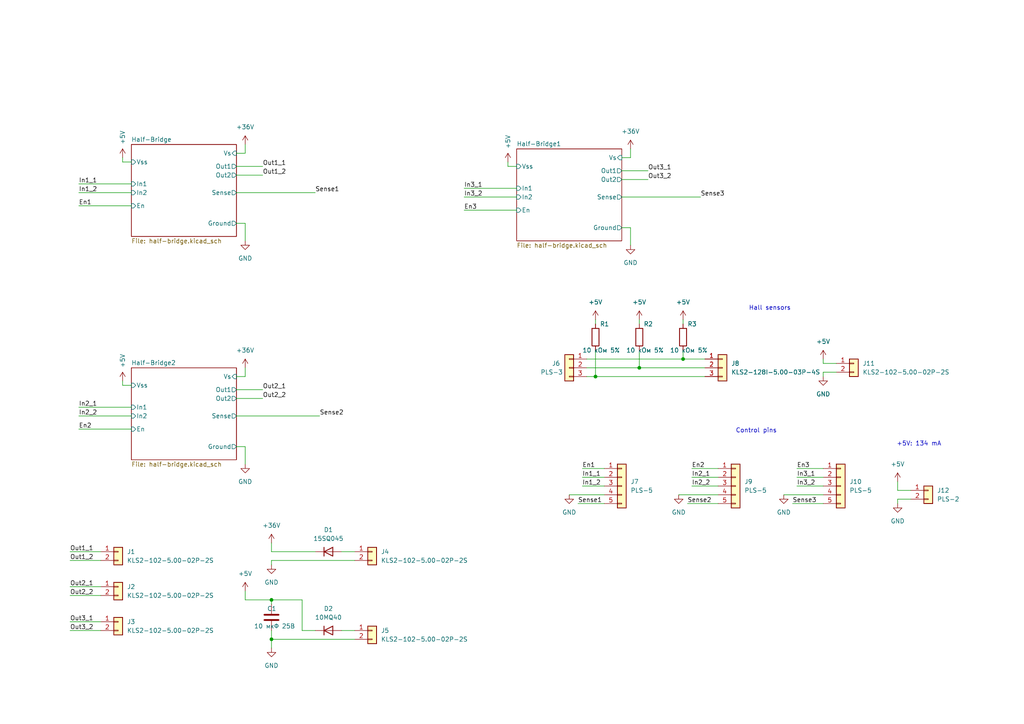
<source format=kicad_sch>
(kicad_sch (version 20211123) (generator eeschema)
  (paper "A4")
  (lib_symbols
    (symbol "Connector_Generic:Conn_01x02" (pin_names (offset 1.016) hide)
      (property "Reference" "J" (at 0 2.54 0))
      (property "Value" "Conn_01x02" (at 0 -5.08 0))
      (symbol "Conn_01x02_1_1"
        (rectangle (start -1.27 -2.413) (end 0 -2.667) (stroke (width 0.1524)))
        (rectangle (start -1.27 0.127) (end 0 -0.127) (stroke (width 0.1524)))
        (rectangle (start -1.27 1.27) (end 1.27 -3.81) (stroke (width 0.254)) (fill (type background)))
        (pin passive line (at -5.08 0 0) (length 3.81) (name "Pin_1") (number "1"))
        (pin passive line (at -5.08 -2.54 0) (length 3.81) (name "Pin_2") (number "2"))
      )
    )
    (symbol "Connector_Generic:Conn_01x03" (pin_names (offset 1.016) hide)
      (property "Reference" "J" (at 0 5.08 0))
      (property "Value" "Conn_01x03" (at 0 -5.08 0))
      (symbol "Conn_01x03_1_1"
        (rectangle (start -1.27 -2.413) (end 0 -2.667) (stroke (width 0.1524)))
        (rectangle (start -1.27 0.127) (end 0 -0.127) (stroke (width 0.1524)))
        (rectangle (start -1.27 2.667) (end 0 2.413) (stroke (width 0.1524)))
        (rectangle (start -1.27 3.81) (end 1.27 -3.81) (stroke (width 0.254)) (fill (type background)))
        (pin passive line (at -5.08 2.54 0) (length 3.81) (name "Pin_1") (number "1"))
        (pin passive line (at -5.08 0 0) (length 3.81) (name "Pin_2") (number "2"))
        (pin passive line (at -5.08 -2.54 0) (length 3.81) (name "Pin_3") (number "3"))
      )
    )
    (symbol "Connector_Generic:Conn_01x05" (pin_names (offset 1.016) hide)
      (property "Reference" "J" (at 0 7.62 0))
      (property "Value" "Conn_01x05" (at 0 -7.62 0))
      (symbol "Conn_01x05_1_1"
        (rectangle (start -1.27 -4.953) (end 0 -5.207) (stroke (width 0.1524)))
        (rectangle (start -1.27 -2.413) (end 0 -2.667) (stroke (width 0.1524)))
        (rectangle (start -1.27 0.127) (end 0 -0.127) (stroke (width 0.1524)))
        (rectangle (start -1.27 2.667) (end 0 2.413) (stroke (width 0.1524)))
        (rectangle (start -1.27 5.207) (end 0 4.953) (stroke (width 0.1524)))
        (rectangle (start -1.27 6.35) (end 1.27 -6.35) (stroke (width 0.254)) (fill (type background)))
        (pin passive line (at -5.08 5.08 0) (length 3.81) (name "Pin_1") (number "1"))
        (pin passive line (at -5.08 2.54 0) (length 3.81) (name "Pin_2") (number "2"))
        (pin passive line (at -5.08 0 0) (length 3.81) (name "Pin_3") (number "3"))
        (pin passive line (at -5.08 -2.54 0) (length 3.81) (name "Pin_4") (number "4"))
        (pin passive line (at -5.08 -5.08 0) (length 3.81) (name "Pin_5") (number "5"))
      )
    )
    (symbol "Device:C" (pin_numbers hide) (pin_names (offset 0.254))
      (property "Reference" "C" (at 0.635 2.54 0))
      (property "Value" "C" (at 0.635 -2.54 0))
      (symbol "C_0_1"
        (polyline (pts (xy -2.032 -0.762) (xy 2.032 -0.762)) (stroke (width 0.508)))
        (polyline (pts (xy -2.032 0.762) (xy 2.032 0.762)) (stroke (width 0.508)))
      )
      (symbol "C_1_1"
        (pin passive line (at 0 3.81 270) (length 2.794) (name "~") (number "1"))
        (pin passive line (at 0 -3.81 90) (length 2.794) (name "~") (number "2"))
      )
    )
    (symbol "Device:D" (pin_numbers hide) (pin_names (offset 1.016) hide)
      (property "Reference" "D" (at 0 2.54 0))
      (property "Value" "D" (at 0 -2.54 0))
      (symbol "D_0_1"
        (polyline (pts (xy -1.27 1.27) (xy -1.27 -1.27)) (stroke (width 0.254)))
        (polyline (pts (xy 1.27 0) (xy -1.27 0)))
        (polyline (pts (xy 1.27 1.27) (xy 1.27 -1.27) (xy -1.27 0) (xy 1.27 1.27)) (stroke (width 0.254)))
      )
      (symbol "D_1_1"
        (pin passive line (at -3.81 0 0) (length 2.54) (name "K") (number "1"))
        (pin passive line (at 3.81 0 180) (length 2.54) (name "A") (number "2"))
      )
    )
    (symbol "Device:R" (pin_numbers hide) (pin_names (offset 0))
      (property "Reference" "R" (at 2.032 0 90))
      (property "Value" "R" (at 0 0 90))
      (symbol "R_0_1"
        (rectangle (start -1.016 -2.54) (end 1.016 2.54) (stroke (width 0.254)))
      )
      (symbol "R_1_1"
        (pin passive line (at 0 3.81 270) (length 1.27) (name "~") (number "1"))
        (pin passive line (at 0 -3.81 90) (length 1.27) (name "~") (number "2"))
      )
    )
    (symbol "power:+36V" (power) (pin_names (offset 0))
      (property "Value" "+36V" (at 0 3.556 0))
      (symbol "+36V_0_1"
        (polyline (pts (xy -0.762 1.27) (xy 0 2.54)))
        (polyline (pts (xy 0 0) (xy 0 2.54)))
        (polyline (pts (xy 0 2.54) (xy 0.762 1.27)))
      )
      (symbol "+36V_1_1"
        (pin power_in line (at 0 0 90) (length 0) hide (name "+36V") (number "1"))
      )
    )
    (symbol "power:+5V" (power) (pin_names (offset 0))
      (property "Value" "+5V" (at 0 3.556 0))
      (symbol "+5V_0_1"
        (polyline (pts (xy -0.762 1.27) (xy 0 2.54)))
        (polyline (pts (xy 0 0) (xy 0 2.54)))
        (polyline (pts (xy 0 2.54) (xy 0.762 1.27)))
      )
      (symbol "+5V_1_1"
        (pin power_in line (at 0 0 90) (length 0) hide (name "+5V") (number "1"))
      )
    )
    (symbol "power:GND" (power) (pin_names (offset 0))
      (property "Value" "GND" (at 0 -3.81 0))
      (symbol "GND_0_1"
        (polyline (pts (xy 0 0) (xy 0 -1.27) (xy 1.27 -1.27) (xy 0 -2.54) (xy -1.27 -1.27) (xy 0 -1.27)))
      )
      (symbol "GND_1_1"
        (pin power_in line (at 0 0 270) (length 0) hide (name "GND") (number "1"))
      )
    )
    (symbol "power:PWR_FLAG" (power) (pin_numbers hide) (pin_names (offset 0) hide)
      (property "Value" "PWR_FLAG" (at 0 3.81 0))
      (symbol "PWR_FLAG_0_0"
        (pin power_out line (at 0 0 90) (length 0) (name "pwr") (number "1"))
      )
      (symbol "PWR_FLAG_0_1"
        (polyline (pts (xy 0 0) (xy 0 1.27) (xy -1.016 1.905) (xy 0 2.54) (xy 1.016 1.905) (xy 0 1.27)))
      )
    )
  )
  (junction (at 78.74 173.99))
  (junction (at 185.42 106.68))
  (junction (at 172.72 109.22))
  (junction (at 198.12 104.14))
  (junction (at 78.74 185.42))
  (wire (pts (xy 238.76 107.95) (xy 238.76 109.22)))
  (wire (pts (xy 78.74 182.88) (xy 78.74 185.42)))
  (wire (pts (xy 242.57 107.95) (xy 238.76 107.95)))
  (wire (pts (xy 180.34 57.15) (xy 203.2 57.15)))
  (wire (pts (xy 20.32 172.72) (xy 29.21 172.72)))
  (wire (pts (xy 134.62 60.96) (xy 149.86 60.96)))
  (wire (pts (xy 71.12 64.77) (xy 71.12 69.85)))
  (wire (pts (xy 147.32 48.26) (xy 149.86 48.26)))
  (wire (pts (xy 182.88 43.18) (xy 182.88 45.72)))
  (wire (pts (xy 71.12 41.91) (xy 71.12 44.45)))
  (wire (pts (xy 20.32 170.18) (xy 29.21 170.18)))
  (wire (pts (xy 68.58 120.65) (xy 92.71 120.65)))
  (wire (pts (xy 22.86 53.34) (xy 38.1 53.34)))
  (wire (pts (xy 78.74 185.42) (xy 102.87 185.42)))
  (wire (pts (xy 35.56 46.99) (xy 38.1 46.99)))
  (wire (pts (xy 200.66 140.97) (xy 208.28 140.97)))
  (wire (pts (xy 198.12 104.14) (xy 204.47 104.14)))
  (wire (pts (xy 200.66 135.89) (xy 208.28 135.89)))
  (wire (pts (xy 20.32 180.34) (xy 29.21 180.34)))
  (wire (pts (xy 99.06 182.88) (xy 102.87 182.88)))
  (wire (pts (xy 260.35 144.78) (xy 264.16 144.78)))
  (wire (pts (xy 200.66 138.43) (xy 208.28 138.43)))
  (wire (pts (xy 22.86 118.11) (xy 38.1 118.11)))
  (wire (pts (xy 182.88 45.72) (xy 180.34 45.72)))
  (wire (pts (xy -19.05 130.81) (xy -8.89 130.81)))
  (wire (pts (xy 78.74 173.99) (xy 78.74 175.26)))
  (wire (pts (xy 231.14 135.89) (xy 238.76 135.89)))
  (wire (pts (xy 260.35 139.7) (xy 260.35 142.24)))
  (wire (pts (xy 22.86 124.46) (xy 38.1 124.46)))
  (wire (pts (xy 180.34 52.07) (xy 187.96 52.07)))
  (wire (pts (xy 20.32 162.56) (xy 29.21 162.56)))
  (wire (pts (xy 20.32 160.02) (xy 29.21 160.02)))
  (wire (pts (xy 68.58 48.26) (xy 76.2 48.26)))
  (wire (pts (xy 68.58 129.54) (xy 71.12 129.54)))
  (wire (pts (xy 71.12 173.99) (xy 78.74 173.99)))
  (wire (pts (xy 242.57 105.41) (xy 238.76 105.41)))
  (wire (pts (xy 35.56 111.76) (xy 38.1 111.76)))
  (wire (pts (xy 87.63 173.99) (xy 78.74 173.99)))
  (wire (pts (xy 172.72 101.6) (xy 172.72 109.22)))
  (wire (pts (xy 22.86 120.65) (xy 38.1 120.65)))
  (wire (pts (xy 185.42 92.71) (xy 185.42 93.98)))
  (wire (pts (xy 99.06 160.02) (xy 102.87 160.02)))
  (wire (pts (xy 199.39 146.05) (xy 208.28 146.05)))
  (wire (pts (xy 35.56 110.49) (xy 35.56 111.76)))
  (wire (pts (xy 68.58 55.88) (xy 91.44 55.88)))
  (wire (pts (xy 227.33 143.51) (xy 238.76 143.51)))
  (wire (pts (xy 68.58 64.77) (xy 71.12 64.77)))
  (wire (pts (xy 78.74 160.02) (xy 91.44 160.02)))
  (wire (pts (xy 68.58 115.57) (xy 76.2 115.57)))
  (wire (pts (xy 260.35 146.05) (xy 260.35 144.78)))
  (wire (pts (xy 180.34 66.04) (xy 182.88 66.04)))
  (wire (pts (xy 170.18 104.14) (xy 198.12 104.14)))
  (wire (pts (xy 231.14 138.43) (xy 238.76 138.43)))
  (wire (pts (xy 231.14 140.97) (xy 238.76 140.97)))
  (wire (pts (xy 78.74 163.83) (xy 78.74 162.56)))
  (wire (pts (xy 165.1 143.51) (xy 175.26 143.51)))
  (wire (pts (xy 147.32 46.99) (xy 147.32 48.26)))
  (wire (pts (xy 168.91 140.97) (xy 175.26 140.97)))
  (wire (pts (xy 78.74 187.96) (xy 78.74 185.42)))
  (wire (pts (xy 260.35 142.24) (xy 264.16 142.24)))
  (wire (pts (xy 170.18 109.22) (xy 172.72 109.22)))
  (wire (pts (xy 134.62 57.15) (xy 149.86 57.15)))
  (wire (pts (xy 71.12 129.54) (xy 71.12 134.62)))
  (wire (pts (xy 22.86 55.88) (xy 38.1 55.88)))
  (wire (pts (xy 91.44 182.88) (xy 87.63 182.88)))
  (wire (pts (xy 71.12 44.45) (xy 68.58 44.45)))
  (wire (pts (xy 71.12 109.22) (xy 68.58 109.22)))
  (wire (pts (xy 185.42 106.68) (xy 204.47 106.68)))
  (wire (pts (xy -19.05 139.7) (xy -8.89 139.7)))
  (wire (pts (xy 168.91 135.89) (xy 175.26 135.89)))
  (wire (pts (xy 170.18 106.68) (xy 185.42 106.68)))
  (wire (pts (xy 182.88 66.04) (xy 182.88 71.12)))
  (wire (pts (xy 78.74 162.56) (xy 102.87 162.56)))
  (wire (pts (xy 172.72 109.22) (xy 204.47 109.22)))
  (wire (pts (xy 20.32 182.88) (xy 29.21 182.88)))
  (wire (pts (xy 185.42 101.6) (xy 185.42 106.68)))
  (wire (pts (xy 167.64 146.05) (xy 175.26 146.05)))
  (wire (pts (xy 22.86 59.69) (xy 38.1 59.69)))
  (wire (pts (xy 180.34 49.53) (xy 187.96 49.53)))
  (wire (pts (xy 68.58 50.8) (xy 76.2 50.8)))
  (wire (pts (xy 198.12 101.6) (xy 198.12 104.14)))
  (wire (pts (xy 196.85 143.51) (xy 208.28 143.51)))
  (wire (pts (xy 198.12 92.71) (xy 198.12 93.98)))
  (wire (pts (xy -19.05 120.65) (xy -8.89 120.65)))
  (wire (pts (xy 68.58 113.03) (xy 76.2 113.03)))
  (wire (pts (xy 238.76 105.41) (xy 238.76 104.14)))
  (wire (pts (xy 229.87 146.05) (xy 238.76 146.05)))
  (wire (pts (xy 71.12 106.68) (xy 71.12 109.22)))
  (wire (pts (xy 172.72 92.71) (xy 172.72 93.98)))
  (wire (pts (xy 87.63 182.88) (xy 87.63 173.99)))
  (wire (pts (xy 35.56 45.72) (xy 35.56 46.99)))
  (wire (pts (xy 71.12 171.45) (xy 71.12 173.99)))
  (wire (pts (xy 134.62 54.61) (xy 149.86 54.61)))
  (wire (pts (xy 78.74 157.48) (xy 78.74 160.02)))
  (wire (pts (xy 168.91 138.43) (xy 175.26 138.43)))
  (text "Hall sensors" (at 217.17 90.17 0) (effects (font (size 1.27 1.27)) (justify left bottom)))
  (text "Control pins" (at 213.36 125.73 0) (effects (font (size 1.27 1.27)) (justify left bottom)))
  (text "+5V: 134 mA" (at 273.05 129.54 180) (effects (font (size 1.27 1.27)) (justify right bottom)))
  (label "In2_1" (at 22.86 118.11 0))
  (label "Out2_2" (at 20.32 172.72 0))
  (label "Sense2" (at 199.39 146.05 0))
  (label "In2_2" (at 22.86 120.65 0))
  (label "Out2_1" (at 76.2 113.03 0))
  (label "En1" (at 168.91 135.89 0))
  (label "Sense1" (at 91.44 55.88 0))
  (label "In1_1" (at 22.86 53.34 0))
  (label "In1_1" (at 168.91 138.43 0))
  (label "Out3_2" (at 187.96 52.07 0))
  (label "Out2_1" (at 20.32 170.18 0))
  (label "Sense2" (at 92.71 120.65 0))
  (label "In2_2" (at 200.66 140.97 0))
  (label "En3" (at 231.14 135.89 0))
  (label "In3_2" (at 134.62 57.15 0))
  (label "Out3_2" (at 20.32 182.88 0))
  (label "Out1_2" (at 76.2 50.8 0))
  (label "Out1_1" (at 20.32 160.02 0))
  (label "In3_1" (at 231.14 138.43 0))
  (label "En2" (at 22.86 124.46 0))
  (label "In1_2" (at 168.91 140.97 0))
  (label "In3_1" (at 134.62 54.61 0))
  (label "Sense3" (at 203.2 57.15 0))
  (label "Out1_2" (at 20.32 162.56 0))
  (label "In3_2" (at 231.14 140.97 0))
  (label "Out3_1" (at 20.32 180.34 0))
  (label "In2_1" (at 200.66 138.43 0))
  (label "Sense1" (at 167.64 146.05 0))
  (label "In1_2" (at 22.86 55.88 0))
  (label "En3" (at 134.62 60.96 0))
  (label "Sense3" (at 229.87 146.05 0))
  (label "En2" (at 200.66 135.89 0))
  (label "Out1_1" (at 76.2 48.26 0))
  (label "Out2_2" (at 76.2 115.57 0))
  (label "Out3_1" (at 187.96 49.53 0))
  (label "En1" (at 22.86 59.69 0))
  (symbol (lib_id "power:+5V") (at 172.72 92.71 0) (unit 1)
    (property "Reference" "#PWR016" (effects hide))
    (property "Value" "+5V" (at 172.72 87.63 0))
  )
  (symbol (lib_id "Connector_Generic:Conn_01x03") (at 165.1 106.68 0) (mirror y) (unit 1)
    (property "Reference" "J6" (at 161.29 105.41 0))
    (property "Value" "PLS-3" (at 160.02 107.95 0))
    (property "Footprint" "Connector_PinSocket_2.54mm:PinSocket_1x03_P2.54mm_Vertical" (effects hide))
  )
  (symbol (lib_id "power:+5V") (at 185.42 92.71 0) (unit 1)
    (property "Reference" "#PWR019" (effects hide))
    (property "Value" "+5V" (at 185.42 87.63 0))
  )
  (symbol (lib_id "power:+5V") (at -19.05 120.65 0) (unit 1)
    (property "Reference" "#PWR01" (effects hide))
    (property "Value" "+5V" (at -19.05 115.57 0))
  )
  (symbol (lib_id "Connector_Generic:Conn_01x02") (at 34.29 160.02 0) (unit 1)
    (property "Reference" "J1" (at 36.83 160.0199 0) (effects (justify left)))
    (property "Value" "KLS2-102-5.00-02P-2S" (at 36.83 162.5599 0) (effects (justify left)))
    (property "Footprint" "Connector_JST:JST_NV_B02P-NV_1x02_P5.00mm_Vertical" (effects hide))
  )
  (symbol (lib_id "power:+36V") (at 71.12 41.91 0) (unit 1)
    (property "Reference" "#PWR06" (effects hide))
    (property "Value" "+36V" (at 71.12 36.83 0))
  )
  (symbol (lib_id "power:GND") (at 196.85 143.51 0) (unit 1)
    (property "Reference" "#PWR020" (effects hide))
    (property "Value" "GND" (at 196.85 148.59 0))
  )
  (symbol (lib_id "power:GND") (at 71.12 134.62 0) (unit 1)
    (property "Reference" "#PWR09" (effects hide))
    (property "Value" "GND" (at 71.12 139.7 0))
  )
  (symbol (lib_id "power:GND") (at 238.76 109.22 0) (unit 1)
    (property "Reference" "#PWR024" (effects hide))
    (property "Value" "GND" (at 238.76 114.3 0))
  )
  (symbol (lib_id "power:+36V") (at 182.88 43.18 0) (unit 1)
    (property "Reference" "#PWR017" (effects hide))
    (property "Value" "+36V" (at 182.88 38.1 0))
  )
  (symbol (lib_id "Connector_Generic:Conn_01x05") (at 213.36 140.97 0) (unit 1)
    (property "Reference" "J9" (at 215.9 139.6999 0) (effects (justify left)))
    (property "Value" "PLS-5" (at 215.9 142.2399 0) (effects (justify left)))
    (property "Footprint" "Connector_PinSocket_2.54mm:PinSocket_1x05_P2.54mm_Vertical" (effects hide))
  )
  (symbol (lib_id "Device:R") (at 198.12 97.79 0) (unit 1)
    (property "Reference" "R3" (at 199.39 93.98 0) (effects (justify left)))
    (property "Value" "10 кОм 5%" (at 194.31 101.6 0) (effects (justify left)))
    (property "Footprint" "Resistor_SMD:R_0603_1608Metric" (effects hide))
  )
  (symbol (lib_id "Connector_Generic:Conn_01x02") (at 107.95 160.02 0) (unit 1)
    (property "Reference" "J4" (at 110.49 160.0199 0) (effects (justify left)))
    (property "Value" "KLS2-102-5.00-02P-2S" (at 110.49 162.5599 0) (effects (justify left)))
    (property "Footprint" "Connector_JST:JST_NV_B02P-NV_1x02_P5.00mm_Vertical" (effects hide))
  )
  (symbol (lib_id "power:GND") (at 260.35 146.05 0) (unit 1)
    (property "Reference" "#PWR026" (effects hide))
    (property "Value" "GND" (at 260.35 151.13 0))
  )
  (symbol (lib_id "Device:R") (at 185.42 97.79 0) (unit 1)
    (property "Reference" "R2" (at 186.69 93.98 0) (effects (justify left)))
    (property "Value" "10 кОм 5%" (at 181.61 101.6 0) (effects (justify left)))
    (property "Footprint" "Resistor_SMD:R_0603_1608Metric" (effects hide))
  )
  (symbol (lib_id "power:GND") (at 165.1 143.51 0) (unit 1)
    (property "Reference" "#PWR015" (effects hide))
    (property "Value" "GND" (at 165.1 148.59 0))
  )
  (symbol (lib_id "Connector_Generic:Conn_01x05") (at 180.34 140.97 0) (unit 1)
    (property "Reference" "J7" (at 182.88 139.6999 0) (effects (justify left)))
    (property "Value" "PLS-5" (at 182.88 142.2399 0) (effects (justify left)))
    (property "Footprint" "Connector_PinSocket_2.54mm:PinSocket_1x05_P2.54mm_Vertical" (effects hide))
  )
  (symbol (lib_id "power:+5V") (at 35.56 45.72 0) (unit 1)
    (property "Reference" "#PWR04" (effects hide))
    (property "Value" "+5V" (at 35.5601 41.91 90) (effects (justify left)))
  )
  (symbol (lib_id "Device:R") (at 172.72 97.79 0) (unit 1)
    (property "Reference" "R1" (at 173.99 93.98 0) (effects (justify left)))
    (property "Value" "10 кОм 5%" (at 168.91 101.6 0) (effects (justify left)))
    (property "Footprint" "Resistor_SMD:R_0603_1608Metric" (effects hide))
  )
  (symbol (lib_id "power:GND") (at 182.88 71.12 0) (unit 1)
    (property "Reference" "#PWR018" (effects hide))
    (property "Value" "GND" (at 182.88 76.2 0))
  )
  (symbol (lib_id "power:+36V") (at -19.05 130.81 0) (unit 1)
    (property "Reference" "#PWR02" (effects hide))
    (property "Value" "+36V" (at -19.05 125.73 0))
  )
  (symbol (lib_id "power:PWR_FLAG") (at -8.89 120.65 0) (unit 1)
    (property "Reference" "#FLG01" (effects hide))
    (property "Value" "PWR_FLAG" (at -8.89 115.57 0))
  )
  (symbol (lib_id "Connector_Generic:Conn_01x02") (at 247.65 105.41 0) (unit 1)
    (property "Reference" "J11" (at 250.19 105.4099 0) (effects (justify left)))
    (property "Value" "KLS2-102-5.00-02P-2S" (at 250.19 107.9499 0) (effects (justify left)))
    (property "Footprint" "Connector_JST:JST_NV_B02P-NV_1x02_P5.00mm_Vertical" (effects hide))
  )
  (symbol (lib_id "Device:D") (at 95.25 160.02 0) (unit 1)
    (property "Reference" "D1" (at 95.25 153.67 0))
    (property "Value" "15SQ045" (at 95.25 156.21 0))
    (property "Footprint" "Diode_THT:D_DO-15_P12.70mm_Horizontal" (effects hide))
  )
  (symbol (lib_id "Device:C") (at 78.74 179.07 0) (unit 1)
    (property "Reference" "C1" (at 77.47 176.53 0) (effects (justify left)))
    (property "Value" "10 мкФ 25В" (at 73.66 181.61 0) (effects (justify left)))
    (property "Footprint" "Capacitor_SMD:C_1206_3216Metric" (effects hide))
  )
  (symbol (lib_id "Connector_Generic:Conn_01x02") (at 269.24 142.24 0) (unit 1)
    (property "Reference" "J12" (at 271.78 142.2399 0) (effects (justify left)))
    (property "Value" "PLS-2" (at 271.78 144.7799 0) (effects (justify left)))
    (property "Footprint" "Connector_PinSocket_2.54mm:PinSocket_1x02_P2.54mm_Vertical" (effects hide))
  )
  (symbol (lib_id "power:+36V") (at 71.12 106.68 0) (unit 1)
    (property "Reference" "#PWR08" (effects hide))
    (property "Value" "+36V" (at 71.12 101.6 0))
  )
  (symbol (lib_id "Connector_Generic:Conn_01x05") (at 243.84 140.97 0) (unit 1)
    (property "Reference" "J10" (at 246.38 139.6999 0) (effects (justify left)))
    (property "Value" "PLS-5" (at 246.38 142.2399 0) (effects (justify left)))
    (property "Footprint" "Connector_PinSocket_2.54mm:PinSocket_1x05_P2.54mm_Vertical" (effects hide))
  )
  (symbol (lib_id "power:+5V") (at 35.56 110.49 0) (unit 1)
    (property "Reference" "#PWR05" (effects hide))
    (property "Value" "+5V" (at 35.5601 106.68 90) (effects (justify left)))
  )
  (symbol (lib_id "power:+5V") (at 238.76 104.14 0) (unit 1)
    (property "Reference" "#PWR023" (effects hide))
    (property "Value" "+5V" (at 238.76 99.06 0))
  )
  (symbol (lib_id "power:GND") (at 227.33 143.51 0) (unit 1)
    (property "Reference" "#PWR022" (effects hide))
    (property "Value" "GND" (at 227.33 148.59 0))
  )
  (symbol (lib_id "power:+5V") (at 260.35 139.7 0) (unit 1)
    (property "Reference" "#PWR025" (effects hide))
    (property "Value" "+5V" (at 260.35 134.62 0))
  )
  (symbol (lib_id "power:GND") (at 78.74 163.83 0) (unit 1)
    (property "Reference" "#PWR012" (effects hide))
    (property "Value" "GND" (at 78.74 168.91 0))
  )
  (symbol (lib_id "Connector_Generic:Conn_01x02") (at 34.29 180.34 0) (unit 1)
    (property "Reference" "J3" (at 36.83 180.3399 0) (effects (justify left)))
    (property "Value" "KLS2-102-5.00-02P-2S" (at 36.83 182.8799 0) (effects (justify left)))
    (property "Footprint" "Connector_JST:JST_NV_B02P-NV_1x02_P5.00mm_Vertical" (effects hide))
  )
  (symbol (lib_id "power:+5V") (at 198.12 92.71 0) (unit 1)
    (property "Reference" "#PWR021" (effects hide))
    (property "Value" "+5V" (at 198.12 87.63 0))
  )
  (symbol (lib_id "power:PWR_FLAG") (at -8.89 130.81 0) (unit 1)
    (property "Reference" "#FLG02" (effects hide))
    (property "Value" "PWR_FLAG" (at -8.89 125.73 0))
  )
  (symbol (lib_id "power:+5V") (at 71.12 171.45 0) (unit 1)
    (property "Reference" "#PWR010" (effects hide))
    (property "Value" "+5V" (at 71.12 166.37 0))
  )
  (symbol (lib_id "power:GND") (at 78.74 187.96 0) (unit 1)
    (property "Reference" "#PWR013" (effects hide))
    (property "Value" "GND" (at 78.74 193.04 0))
  )
  (symbol (lib_id "Connector_Generic:Conn_01x02") (at 107.95 182.88 0) (unit 1)
    (property "Reference" "J5" (at 110.49 182.8799 0) (effects (justify left)))
    (property "Value" "KLS2-102-5.00-02P-2S" (at 110.49 185.4199 0) (effects (justify left)))
    (property "Footprint" "Connector_JST:JST_NV_B02P-NV_1x02_P5.00mm_Vertical" (effects hide))
  )
  (symbol (lib_id "Connector_Generic:Conn_01x02") (at 34.29 170.18 0) (unit 1)
    (property "Reference" "J2" (at 36.83 170.1799 0) (effects (justify left)))
    (property "Value" "KLS2-102-5.00-02P-2S" (at 36.83 172.7199 0) (effects (justify left)))
    (property "Footprint" "Connector_JST:JST_NV_B02P-NV_1x02_P5.00mm_Vertical" (effects hide))
  )
  (symbol (lib_id "power:+36V") (at 78.74 157.48 0) (unit 1)
    (property "Reference" "#PWR011" (effects hide))
    (property "Value" "+36V" (at 78.74 152.4 0))
  )
  (symbol (lib_id "Device:D") (at 95.25 182.88 0) (unit 1)
    (property "Reference" "D2" (at 95.25 176.53 0))
    (property "Value" "10MQ40" (at 95.25 179.07 0))
    (property "Footprint" "Diode_SMD:D_SMA" (effects hide))
  )
  (symbol (lib_id "power:+5V") (at 147.32 46.99 0) (unit 1)
    (property "Reference" "#PWR014" (effects hide))
    (property "Value" "+5V" (at 147.3201 43.18 90) (effects (justify left)))
  )
  (symbol (lib_id "power:PWR_FLAG") (at -8.89 139.7 0) (unit 1)
    (property "Reference" "#FLG03" (effects hide))
    (property "Value" "PWR_FLAG" (at -8.89 134.62 0))
  )
  (symbol (lib_id "power:GND") (at 71.12 69.85 0) (unit 1)
    (property "Reference" "#PWR07" (effects hide))
    (property "Value" "GND" (at 71.12 74.93 0))
  )
  (symbol (lib_id "power:GND") (at -19.05 139.7 0) (unit 1)
    (property "Reference" "#PWR03" (effects hide))
    (property "Value" "GND" (at -19.05 144.78 0))
  )
  (symbol (lib_id "Connector_Generic:Conn_01x03") (at 209.55 106.68 0) (unit 1)
    (property "Reference" "J8" (at 212.09 105.4099 0) (effects (justify left)))
    (property "Value" "KLS2-128I-5.00-03P-4S" (at 212.09 107.9499 0) (effects (justify left)))
    (property "Footprint" "Connector_JST:JST_NV_B03P-NV_1x03_P5.00mm_Vertical" (effects hide))
  )
  (sheet (at 38.1 41.91) (size 30.48 26.67) (stroke (width 0.1524))
    (property "Sheet name" "Half-Bridge" (at 38.1 41.1984 0) (effects (justify left bottom)))
    (property "Sheet file" "half-bridge.kicad_sch" (at 38.1 69.1646 0) (effects (justify left top)))
    (pin "Vss" input (at 38.1 46.99 180))
    (pin "Ground" output (at 68.58 64.77 0))
    (pin "In1" input (at 38.1 53.34 180))
    (pin "In2" input (at 38.1 55.88 180))
    (pin "En" input (at 38.1 59.69 180))
    (pin "Sense" output (at 68.58 55.88 0))
    (pin "Out1" output (at 68.58 48.26 0))
    (pin "Out2" output (at 68.58 50.8 0))
    (pin "Vs" input (at 68.58 44.45 0))
  )
  (sheet (at 38.1 106.68) (size 30.48 26.67) (stroke (width 0.1524))
    (property "Sheet name" "Half-Bridge2" (at 38.1 105.9684 0) (effects (justify left bottom)))
    (property "Sheet file" "half-bridge.kicad_sch" (at 38.1 133.9346 0) (effects (justify left top)))
    (pin "Vss" input (at 38.1 111.76 180))
    (pin "Ground" output (at 68.58 129.54 0))
    (pin "In1" input (at 38.1 118.11 180))
    (pin "In2" input (at 38.1 120.65 180))
    (pin "En" input (at 38.1 124.46 180))
    (pin "Sense" output (at 68.58 120.65 0))
    (pin "Out1" output (at 68.58 113.03 0))
    (pin "Out2" output (at 68.58 115.57 0))
    (pin "Vs" input (at 68.58 109.22 0))
  )
  (sheet (at 149.86 43.18) (size 30.48 26.67) (stroke (width 0.1524))
    (property "Sheet name" "Half-Bridge1" (at 149.86 42.4684 0) (effects (justify left bottom)))
    (property "Sheet file" "half-bridge.kicad_sch" (at 149.86 70.4346 0) (effects (justify left top)))
    (pin "Vss" input (at 149.86 48.26 180))
    (pin "Ground" output (at 180.34 66.04 0))
    (pin "In1" input (at 149.86 54.61 180))
    (pin "In2" input (at 149.86 57.15 180))
    (pin "En" input (at 149.86 60.96 180))
    (pin "Sense" output (at 180.34 57.15 0))
    (pin "Out1" output (at 180.34 49.53 0))
    (pin "Out2" output (at 180.34 52.07 0))
    (pin "Vs" input (at 180.34 45.72 0))
  )
)
</source>
